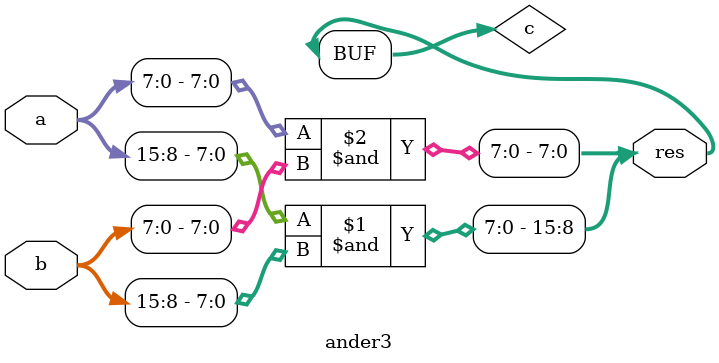
<source format=v>
`timescale 1ns / 1ps


module ander3(a, b, res);
    input [15:0] a, b;
    output [15:0] res;
    wire [15:0] c;
    
    assign c[15:8] = a[15:8] & b[15:8];
    assign c[7:0] = a[7:0] & b[7:0];
    assign res = c;
endmodule

</source>
